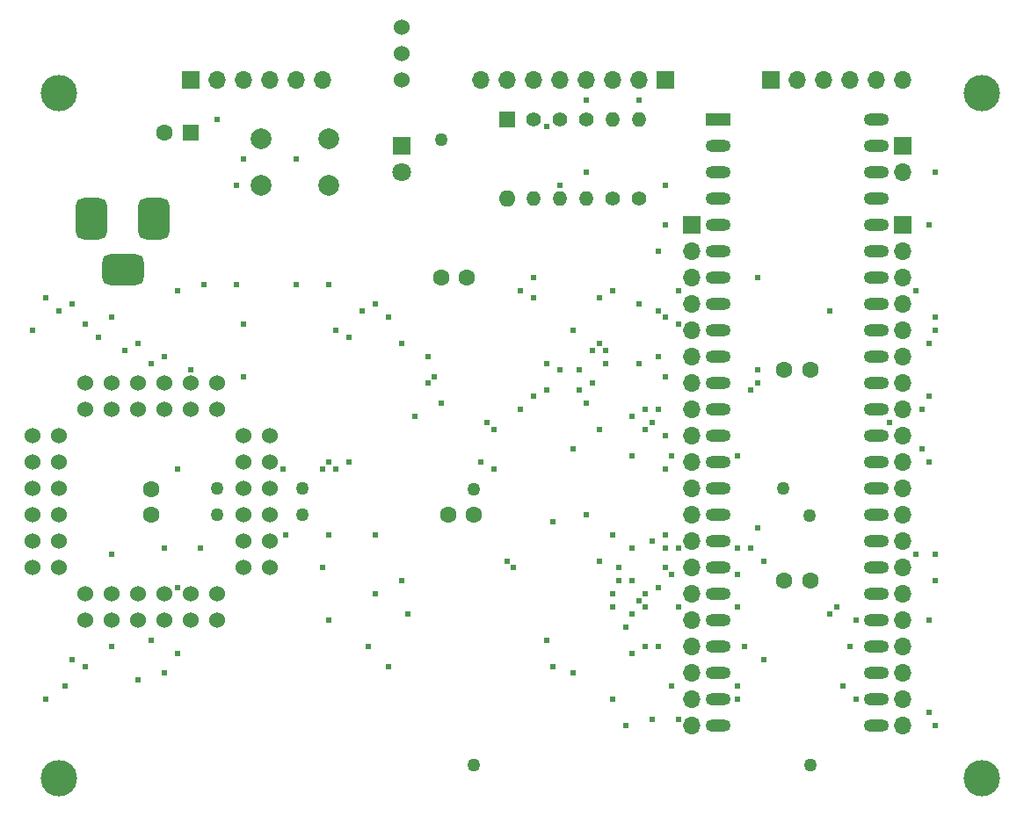
<source format=gbs>
G04 #@! TF.GenerationSoftware,KiCad,Pcbnew,(7.0.0)*
G04 #@! TF.CreationDate,2023-02-26T21:25:04+09:00*
G04 #@! TF.ProjectId,EMUPU_RAM,454d5550-555f-4524-914d-2e6b69636164,rev?*
G04 #@! TF.SameCoordinates,PX4fefde0PY8670810*
G04 #@! TF.FileFunction,Soldermask,Bot*
G04 #@! TF.FilePolarity,Negative*
%FSLAX46Y46*%
G04 Gerber Fmt 4.6, Leading zero omitted, Abs format (unit mm)*
G04 Created by KiCad (PCBNEW (7.0.0)) date 2023-02-26 21:25:04*
%MOMM*%
%LPD*%
G01*
G04 APERTURE LIST*
G04 Aperture macros list*
%AMRoundRect*
0 Rectangle with rounded corners*
0 $1 Rounding radius*
0 $2 $3 $4 $5 $6 $7 $8 $9 X,Y pos of 4 corners*
0 Add a 4 corners polygon primitive as box body*
4,1,4,$2,$3,$4,$5,$6,$7,$8,$9,$2,$3,0*
0 Add four circle primitives for the rounded corners*
1,1,$1+$1,$2,$3*
1,1,$1+$1,$4,$5*
1,1,$1+$1,$6,$7*
1,1,$1+$1,$8,$9*
0 Add four rect primitives between the rounded corners*
20,1,$1+$1,$2,$3,$4,$5,0*
20,1,$1+$1,$4,$5,$6,$7,0*
20,1,$1+$1,$6,$7,$8,$9,0*
20,1,$1+$1,$8,$9,$2,$3,0*%
G04 Aperture macros list end*
%ADD10R,1.700000X1.700000*%
%ADD11O,1.700000X1.700000*%
%ADD12R,1.800000X1.800000*%
%ADD13C,1.800000*%
%ADD14C,1.600000*%
%ADD15C,1.400000*%
%ADD16O,1.400000X1.400000*%
%ADD17R,1.600000X1.600000*%
%ADD18O,1.600000X1.600000*%
%ADD19C,1.524000*%
%ADD20R,2.400000X1.200000*%
%ADD21O,2.400000X1.200000*%
%ADD22C,3.500000*%
%ADD23RoundRect,0.750000X-0.750000X-1.250000X0.750000X-1.250000X0.750000X1.250000X-0.750000X1.250000X0*%
%ADD24RoundRect,0.750000X-1.250000X-0.750000X1.250000X-0.750000X1.250000X0.750000X-1.250000X0.750000X0*%
%ADD25C,2.000000*%
%ADD26C,1.270000*%
%ADD27C,0.610000*%
G04 APERTURE END LIST*
D10*
X63499999Y71119999D03*
D11*
X60959999Y71119999D03*
X58419999Y71119999D03*
X55879999Y71119999D03*
X53339999Y71119999D03*
X50799999Y71119999D03*
X48259999Y71119999D03*
X45719999Y71119999D03*
D10*
X73659999Y71119999D03*
D11*
X76199999Y71119999D03*
X78739999Y71119999D03*
X81279999Y71119999D03*
X83819999Y71119999D03*
X86359999Y71119999D03*
D12*
X38099999Y64769999D03*
D13*
X38100000Y62230000D03*
D14*
X44410000Y52070000D03*
X41910000Y52070000D03*
D15*
X60960000Y59690000D03*
D16*
X60959999Y67309999D03*
D17*
X48259999Y67309999D03*
D18*
X48259999Y59689999D03*
D19*
X38100000Y71120000D03*
X38100000Y73660000D03*
X38100000Y76200000D03*
D20*
X68579999Y67309999D03*
D21*
X68579999Y64769999D03*
X68579999Y62229999D03*
X68579999Y59689999D03*
X68579999Y57149999D03*
X68579999Y54609999D03*
X68579999Y52069999D03*
X68579999Y49529999D03*
X68579999Y46989999D03*
X68579999Y44449999D03*
X68579999Y41909999D03*
X68579999Y39369999D03*
X68579999Y36829999D03*
X68579999Y34289999D03*
X68579999Y31749999D03*
X68579999Y29209999D03*
X68579999Y26669999D03*
X68579999Y24129999D03*
X68579999Y21589999D03*
X68579999Y19049999D03*
X68579999Y16509999D03*
X68579999Y13969999D03*
X68579999Y11429999D03*
X68579999Y8889999D03*
X83819999Y8889999D03*
X83819999Y11429999D03*
X83819999Y13969999D03*
X83819999Y16509999D03*
X83819999Y19049999D03*
X83819999Y21589999D03*
X83819999Y24129999D03*
X83819999Y26669999D03*
X83819999Y29209999D03*
X83819999Y31749999D03*
X83819999Y34289999D03*
X83819999Y36829999D03*
X83819999Y39369999D03*
X83819999Y41909999D03*
X83819999Y44449999D03*
X83819999Y46989999D03*
X83819999Y49529999D03*
X83819999Y52069999D03*
X83819999Y54609999D03*
X83819999Y57149999D03*
X83819999Y59689999D03*
X83819999Y62229999D03*
X83819999Y64769999D03*
X83819999Y67309999D03*
D22*
X5080000Y3810000D03*
D10*
X86359999Y64769999D03*
D11*
X86359999Y62229999D03*
D23*
X14240000Y57785000D03*
D24*
X11240000Y52885000D03*
D23*
X8240000Y57785000D03*
D15*
X58420000Y59690000D03*
D16*
X58419999Y67309999D03*
D14*
X74970000Y22860000D03*
X77470000Y22860000D03*
D22*
X5080000Y69850000D03*
X93980000Y3810000D03*
D19*
X2540000Y36830000D03*
X5080000Y36830000D03*
X2540000Y34290000D03*
X5080000Y34290000D03*
X2540000Y31750000D03*
X5080000Y31750000D03*
X2540000Y29210000D03*
X5080000Y29210000D03*
X2540000Y26670000D03*
X5080000Y26670000D03*
X2540000Y24130000D03*
X5080000Y24130000D03*
X7620000Y19050000D03*
X7620000Y21590000D03*
X10160000Y19050000D03*
X10160000Y21590000D03*
X12700000Y19050000D03*
X12700000Y21590000D03*
X15240000Y19050000D03*
X15240000Y21590000D03*
X17780000Y19050000D03*
X17780000Y21590000D03*
X20320000Y19050000D03*
X20320000Y21590000D03*
X25400000Y24130000D03*
X22860000Y24130000D03*
X25400000Y26670000D03*
X22860000Y26670000D03*
X25400000Y29210000D03*
X22860000Y29210000D03*
X25400000Y31750000D03*
X22860000Y31750000D03*
X25400000Y34290000D03*
X22860000Y34290000D03*
X25400000Y36830000D03*
X22860000Y36830000D03*
X20320000Y41910000D03*
X20320000Y39370000D03*
X17780000Y41910000D03*
X17780000Y39370000D03*
X15240000Y41910000D03*
X15240000Y39370000D03*
X12700000Y41910000D03*
X12700000Y39370000D03*
X10160000Y41910000D03*
X10160000Y39370000D03*
X7620000Y41910000D03*
X7620000Y39370000D03*
D14*
X13970000Y29210000D03*
X13970000Y31710000D03*
D15*
X50800000Y67310000D03*
D16*
X50799999Y59689999D03*
D15*
X55880000Y67310000D03*
D16*
X55879999Y59689999D03*
D10*
X17779999Y71119999D03*
D11*
X20319999Y71119999D03*
X22859999Y71119999D03*
X25399999Y71119999D03*
X27939999Y71119999D03*
X30479999Y71119999D03*
D14*
X42585000Y29235400D03*
X45085000Y29235400D03*
X74970000Y43180000D03*
X77470000Y43180000D03*
D22*
X93980000Y69850000D03*
D25*
X31115000Y60960000D03*
X24615000Y60960000D03*
X31115000Y65460000D03*
X24615000Y65460000D03*
D10*
X86359999Y57149999D03*
D11*
X86359999Y54609999D03*
X86359999Y52069999D03*
X86359999Y49529999D03*
X86359999Y46989999D03*
X86359999Y44449999D03*
X86359999Y41909999D03*
X86359999Y39369999D03*
X86359999Y36829999D03*
X86359999Y34289999D03*
X86359999Y31749999D03*
X86359999Y29209999D03*
X86359999Y26669999D03*
X86359999Y24129999D03*
X86359999Y21589999D03*
X86359999Y19049999D03*
X86359999Y16509999D03*
X86359999Y13969999D03*
X86359999Y11429999D03*
X86359999Y8889999D03*
D15*
X53340000Y67310000D03*
D16*
X53339999Y59689999D03*
D10*
X66039999Y57149999D03*
D11*
X66039999Y54609999D03*
X66039999Y52069999D03*
X66039999Y49529999D03*
X66039999Y46989999D03*
X66039999Y44449999D03*
X66039999Y41909999D03*
X66039999Y39369999D03*
X66039999Y36829999D03*
X66039999Y34289999D03*
X66039999Y31749999D03*
X66039999Y29209999D03*
X66039999Y26669999D03*
X66039999Y24129999D03*
X66039999Y21589999D03*
X66039999Y19049999D03*
X66039999Y16509999D03*
X66039999Y13969999D03*
X66039999Y11429999D03*
X66039999Y8889999D03*
D17*
X17779999Y66039999D03*
D14*
X15280000Y66040000D03*
D26*
X20320000Y29210000D03*
D27*
X55880000Y69215000D03*
D26*
X74904600Y31750000D03*
X28575000Y29210000D03*
D27*
X60960000Y69215000D03*
X30480000Y33655000D03*
X48895000Y24130000D03*
X26670000Y33655000D03*
X30480000Y24130000D03*
X22225000Y51435000D03*
X22225000Y60960000D03*
X19050000Y51435000D03*
X18770500Y26035000D03*
X53340000Y60960000D03*
X15240000Y26035000D03*
X63500000Y60960000D03*
X55880000Y62230000D03*
X89535000Y48260000D03*
X89535000Y62230000D03*
X54610000Y46990000D03*
X57785000Y43815000D03*
X13970000Y43815000D03*
X88900000Y45720000D03*
X57785000Y45085000D03*
X52070000Y43815000D03*
X88900000Y57150000D03*
X50800000Y52070000D03*
X3810000Y50165000D03*
X50800000Y50165000D03*
X64770000Y50800000D03*
X58420000Y50800000D03*
X16510000Y50800000D03*
X64770000Y47625000D03*
X49530000Y50800000D03*
X16510000Y33655000D03*
X57150000Y37465000D03*
X46990000Y37465000D03*
X57150000Y24765000D03*
X61595000Y21590000D03*
X61595000Y37465000D03*
X46355000Y38100000D03*
D26*
X28575000Y31750000D03*
X45058555Y5080000D03*
X45034200Y31724600D03*
X41910000Y65405000D03*
X77419200Y29184600D03*
X20320000Y31750000D03*
X77470000Y5080000D03*
D27*
X55880000Y29210000D03*
X41910000Y40005000D03*
X55880000Y40005000D03*
X62865000Y39370000D03*
X40640000Y44450000D03*
X15240000Y44450000D03*
X62865000Y44450000D03*
X12700000Y45720000D03*
X87630000Y50800000D03*
X38100000Y45720000D03*
X57150000Y45720000D03*
X57150000Y50165000D03*
X10160000Y48260000D03*
X63500000Y57150000D03*
X63500000Y48260000D03*
X36830000Y48260000D03*
X35560000Y49530000D03*
X60960000Y49530000D03*
X6350000Y49530000D03*
X62865000Y54610000D03*
X34290000Y48895000D03*
X62865000Y48895000D03*
X5080000Y48895000D03*
X79375000Y19685000D03*
X61595000Y20320000D03*
X64770000Y20320000D03*
X10160000Y16510000D03*
X34925000Y16510000D03*
X61595000Y16510000D03*
X70485000Y20320000D03*
X79375000Y48895000D03*
X16510000Y22225000D03*
X35560000Y21590000D03*
X16510000Y15875000D03*
X58420000Y27305000D03*
X60325000Y15875000D03*
X58420000Y21590000D03*
X60325000Y19685000D03*
X87630000Y25400000D03*
X89535000Y46990000D03*
X81915000Y19050000D03*
X89535000Y25400000D03*
X35560000Y27305000D03*
X52705000Y14605000D03*
X52705000Y28575000D03*
X7620000Y14605000D03*
X72390000Y41910000D03*
X36830000Y14605000D03*
X72390000Y27940000D03*
X59055000Y22860000D03*
X63500000Y24130000D03*
X71755000Y26035000D03*
X71755000Y41275000D03*
X64770000Y26035000D03*
X63500000Y26035000D03*
X38100000Y22860000D03*
X70485000Y26035000D03*
X59055000Y24130000D03*
X39370000Y38735000D03*
X60325000Y38735000D03*
X60325000Y34925000D03*
X70485000Y34925000D03*
X64135000Y34925000D03*
X11430000Y45085000D03*
X56515000Y45085000D03*
X56515000Y41910000D03*
X40640000Y41910000D03*
X63500000Y36830000D03*
X7620000Y47625000D03*
X22860000Y47625000D03*
X41275000Y42545000D03*
X63500000Y42545000D03*
X22860000Y42545000D03*
X33020000Y34290000D03*
X45720000Y34290000D03*
X8890000Y46355000D03*
X33020000Y46355000D03*
X46990000Y33655000D03*
X63500000Y27305000D03*
X63500000Y33655000D03*
X31750000Y46990000D03*
X2540000Y46990000D03*
X31750000Y33655000D03*
X61595000Y39370000D03*
X62230000Y38100000D03*
X49530000Y39370000D03*
X85090000Y38100000D03*
X50800000Y40640000D03*
X88900000Y40640000D03*
X88900000Y34290000D03*
X72390000Y43180000D03*
X55245000Y41275000D03*
X55245000Y43180000D03*
X52070000Y41275000D03*
X72390000Y52070000D03*
X88265000Y35560000D03*
X17780000Y43180000D03*
X53340000Y43180000D03*
X54610000Y35560000D03*
X88265000Y39370000D03*
X20320000Y67310000D03*
X10160000Y25400000D03*
X73025000Y15240000D03*
X6350000Y15240000D03*
X73025000Y24765000D03*
X60325000Y22860000D03*
X60325000Y26035000D03*
X88900000Y19050000D03*
X80010000Y20320000D03*
X3810000Y11430000D03*
X88900000Y10160000D03*
X12700000Y13335000D03*
X5715000Y12700000D03*
X64135000Y12700000D03*
X70485000Y12700000D03*
X80645000Y12700000D03*
X64770000Y9525000D03*
X81915000Y11430000D03*
X62230000Y26670000D03*
X62230000Y9525000D03*
X70485000Y11430000D03*
X64135000Y23495000D03*
X89535000Y8890000D03*
X70485000Y23495000D03*
X89535000Y22860000D03*
X60960000Y43815000D03*
X60960000Y20955000D03*
X31115000Y27305000D03*
X26924000Y27261256D03*
X31115000Y19050000D03*
X81280000Y16510000D03*
X71120000Y16510000D03*
X62865000Y22225000D03*
X62865000Y16510000D03*
X15240000Y13970000D03*
X54610000Y13970000D03*
X58420000Y20320000D03*
X58420000Y11430000D03*
X59690000Y8890000D03*
X59690000Y18415000D03*
X31115000Y34290000D03*
X31115000Y51435000D03*
X22860000Y63500000D03*
X27940000Y51435000D03*
X27940000Y63500000D03*
X38735000Y19685000D03*
X48260000Y24765000D03*
X52070000Y66675000D03*
X13970000Y17145000D03*
X52070000Y17145000D03*
M02*

</source>
